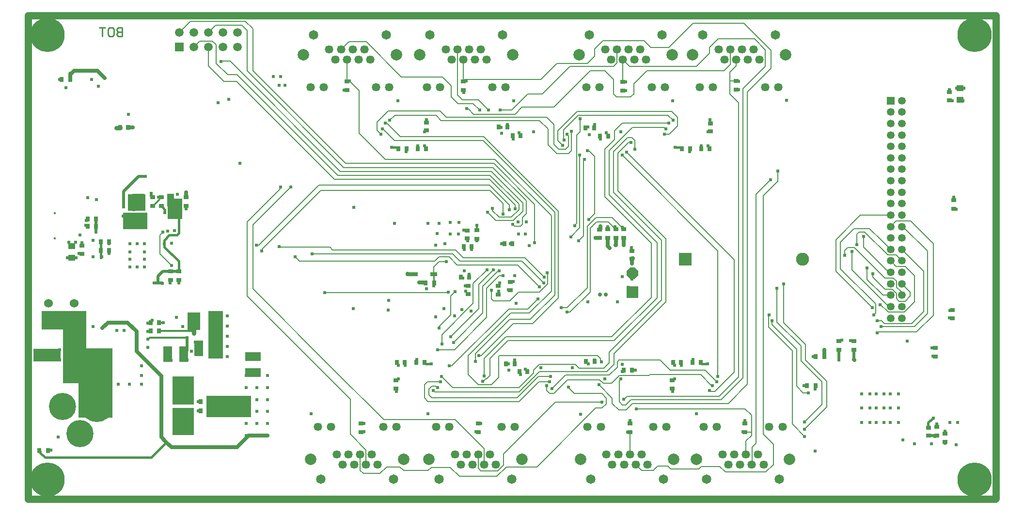
<source format=gbl>
G04*
G04 #@! TF.GenerationSoftware,Altium Limited,Altium Designer,18.1.7 (191)*
G04*
G04 Layer_Physical_Order=4*
G04 Layer_Color=16711680*
%FSLAX25Y25*%
%MOIN*%
G70*
G01*
G75*
%ADD13C,0.01000*%
%ADD14C,0.01500*%
%ADD15C,0.00800*%
%ADD17C,0.05000*%
%ADD19R,0.03543X0.03000*%
%ADD20R,0.03000X0.03543*%
%ADD23R,0.05000X0.04000*%
%ADD25R,0.11000X0.06299*%
%ADD32R,0.03000X0.03500*%
%ADD40R,0.04724X0.02953*%
%ADD43R,0.04921X0.03937*%
%ADD46R,0.06299X0.11000*%
%ADD50R,0.03500X0.03000*%
%ADD108C,0.02500*%
%ADD109C,0.01200*%
%ADD110C,0.02000*%
%ADD111C,0.03000*%
%ADD112C,0.00700*%
%ADD113C,0.01600*%
%ADD114R,0.19000X0.09000*%
%ADD115R,0.31000X0.13000*%
%ADD116R,0.16000X0.39500*%
%ADD125R,0.17000X0.11500*%
%ADD127R,0.34000X0.24000*%
%ADD128R,0.23500X0.26500*%
%ADD129R,0.14500X0.19500*%
%ADD130R,0.14500X0.18500*%
%ADD131C,0.05756*%
%ADD132C,0.07874*%
%ADD133C,0.06496*%
%ADD134C,0.05906*%
%ADD135R,0.05906X0.05906*%
%ADD136R,0.08976X0.08976*%
%ADD137C,0.08976*%
%ADD138C,0.06000*%
%ADD139C,0.05315*%
%ADD140R,0.05315X0.05315*%
%ADD141C,0.23622*%
%ADD142C,0.18661*%
%ADD143C,0.21496*%
%ADD144C,0.02756*%
%ADD145C,0.01772*%
%ADD146C,0.02400*%
%ADD169P,0.08523X8X112.5*%
%ADD170R,0.07874X0.07874*%
%ADD171R,0.09000X0.12000*%
%ADD172R,0.10040X0.32523*%
%ADD173R,0.12118X0.11618*%
%ADD174R,0.04500X0.09000*%
%ADD175R,0.10000X0.14000*%
%ADD176R,0.31000X0.14500*%
D13*
X86079Y-131449D02*
X90829Y-126699D01*
Y-126449D01*
X91829Y-125449D02*
X92079D01*
X90829Y-126449D02*
X91829Y-125449D01*
X279609Y-184264D02*
Y-178209D01*
X65263Y-8648D02*
Y-14551D01*
X62311D01*
X61327Y-13567D01*
Y-12583D01*
X62311Y-11599D01*
X65263D01*
X62311D01*
X61327Y-10616D01*
Y-9631D01*
X62311Y-8648D01*
X65263D01*
X56407D02*
X58375D01*
X59359Y-9631D01*
Y-13567D01*
X58375Y-14551D01*
X56407D01*
X55424Y-13567D01*
Y-9631D01*
X56407Y-8648D01*
X53456D02*
X49520D01*
X51488D01*
Y-14551D01*
D14*
X449400Y-90908D02*
X450150Y-91658D01*
X463734Y-239958D02*
X467650D01*
X445484Y-90908D02*
X449400D01*
X12000Y-304433D02*
X85000D01*
X95500Y-293933D01*
X8000Y-299705D02*
X8750Y-300455D01*
Y-301183D02*
Y-300455D01*
Y-301183D02*
X12000Y-304433D01*
X50590Y-167006D02*
Y-161949D01*
X50567D02*
Y-155949D01*
X250484Y-90908D02*
X254400D01*
X622419Y-277605D02*
X622828D01*
X272984Y-239208D02*
Y-238996D01*
X469484Y-71908D02*
X469610Y-72034D01*
X272984Y-239208D02*
X273734Y-239958D01*
X469610Y-74480D02*
X469736Y-74606D01*
X255150Y-91870D02*
Y-91658D01*
X622828Y-277605D02*
X623000Y-277433D01*
X450150Y-91870D02*
Y-91658D01*
X619567Y-280457D02*
X622419Y-277605D01*
X469610Y-74480D02*
Y-72034D01*
X462984Y-239208D02*
Y-238996D01*
X254400Y-90908D02*
X255150Y-91658D01*
X462984Y-239208D02*
X463734Y-239958D01*
X51126Y-166471D02*
Y-166443D01*
X50590Y-167006D02*
X51126Y-166471D01*
X94579Y-135949D02*
Y-133949D01*
X93079Y-132449D02*
X94579Y-133949D01*
X273734Y-239958D02*
X277650D01*
X619567Y-283677D02*
Y-280457D01*
D15*
X405000Y-56433D02*
X414884D01*
X417000Y-54317D01*
Y-47433D01*
X403000Y-54433D02*
X405000Y-56433D01*
X403000Y-54433D02*
Y-44433D01*
X337042Y-171976D02*
X352000Y-186933D01*
X295605Y-171976D02*
X337042D01*
X297571Y-169423D02*
X339990D01*
X355000Y-184433D01*
X299880Y-167021D02*
X342088D01*
X355500Y-180433D02*
X355500D01*
X342088Y-167021D02*
X355500Y-180433D01*
X283000Y-166495D02*
X290125D01*
X295605Y-171976D01*
X195891Y-164433D02*
X292582D01*
X297571Y-169423D01*
X209927Y-161544D02*
X294403D01*
X299880Y-167021D01*
X338106Y-259365D02*
X352038Y-245433D01*
X279000Y-258433D02*
X279337D01*
X280269Y-259365D01*
X338106D01*
X276000Y-261433D02*
Y-257361D01*
X278010Y-255351D02*
X280731D01*
X276000Y-257361D02*
X278010Y-255351D01*
X281813Y-256433D02*
X282000D01*
X280731Y-255351D02*
X281813Y-256433D01*
X426000Y-38433D02*
X479000D01*
X397000D02*
X403000Y-44433D01*
X417000Y-47433D02*
X426000Y-38433D01*
X285433Y-42552D02*
X291553Y-48672D01*
X215713Y-23720D02*
X221000Y-18433D01*
X257119Y-42552D02*
X285433D01*
X221000Y-18433D02*
X233000D01*
X257119Y-42552D01*
X291553Y-56310D02*
X296268Y-61025D01*
X291553Y-56310D02*
Y-48672D01*
X296268Y-61025D02*
X306592D01*
X295728Y-55161D02*
Y-23720D01*
Y-55161D02*
X299000Y-58433D01*
X353000Y-44384D02*
X364194Y-33190D01*
X385243D01*
X390204Y-28229D01*
X301614Y-44384D02*
X353000D01*
X390204Y-23229D02*
X395879Y-17554D01*
X390204Y-28229D02*
Y-23229D01*
X395879Y-17554D02*
X424000D01*
X457813Y-5621D02*
X492866D01*
X428879Y-22433D02*
X441000D01*
X424000Y-17554D02*
X428879Y-22433D01*
X441000D02*
X457813Y-5621D01*
X479000Y-38433D02*
X483476Y-33957D01*
Y-23720D01*
X409500Y-30736D02*
X414197Y-35433D01*
X409492Y-30728D02*
X409500Y-30736D01*
X414197Y-35433D02*
X460000D01*
X469000Y-22433D02*
X475000Y-16433D01*
X507533Y-35303D02*
Y-23966D01*
X469000Y-26433D02*
Y-22433D01*
X460000Y-35433D02*
X469000Y-26433D01*
X500000Y-16433D02*
X507533Y-23966D01*
X475000Y-16433D02*
X500000D01*
X492000Y-50836D02*
X507533Y-35303D01*
X492000Y-249670D02*
Y-50836D01*
X492866Y-5621D02*
X511477Y-24231D01*
Y-36754D02*
Y-24231D01*
X495289Y-52942D02*
X511477Y-36754D01*
X495289Y-254144D02*
Y-52942D01*
X104500Y-11933D02*
X112098Y-4335D01*
X149902D02*
X155000Y-9433D01*
X112098Y-4335D02*
X149902D01*
X417875Y-92461D02*
Y-86433D01*
X412714Y-84346D02*
X415789D01*
X417875Y-86433D01*
X507933Y-314500D02*
X513000Y-309433D01*
X476138Y-310571D02*
X480067Y-314500D01*
X507933D01*
X506000Y-288433D02*
Y-124433D01*
X513000Y-309433D02*
Y-295433D01*
X506000Y-288433D02*
X513000Y-295433D01*
X433358Y-310438D02*
X440606D01*
X442601Y-312433D02*
X461702D01*
X440606Y-310438D02*
X442601Y-312433D01*
X430468Y-313328D02*
X433358Y-310438D01*
X461702Y-312433D02*
X463564Y-310571D01*
X476138D01*
X338199Y-265948D02*
X351713Y-252433D01*
X273000Y-263433D02*
X275515Y-265948D01*
X338199D01*
X245000Y-278433D02*
X294000D01*
X208500Y-241933D02*
X208500D01*
X245000Y-278433D01*
X277663Y-311250D02*
X290817D01*
X258734Y-313433D02*
X275481D01*
X277663Y-311250D01*
X247132Y-310891D02*
X256191D01*
X258734Y-313433D01*
X231000Y-315433D02*
X242589D01*
X247132Y-310891D01*
X390926Y-270507D02*
X395284D01*
X350550Y-310883D02*
X390926Y-270507D01*
X311834Y-313580D02*
X323542D01*
X310098Y-311844D02*
X311834Y-313580D01*
X310098Y-311844D02*
Y-302343D01*
X327324Y-302110D02*
X363000Y-266433D01*
X323542Y-313580D02*
X327324Y-309798D01*
Y-302110D01*
X329426Y-310883D02*
X350550D01*
X322877Y-317433D02*
X329426Y-310883D01*
X297000Y-317433D02*
X322877D01*
X290817Y-311250D02*
X297000Y-317433D01*
X228839Y-313272D02*
X231000Y-315433D01*
X228839Y-313272D02*
Y-302343D01*
X151000Y-142433D02*
X173694Y-119739D01*
X151000Y-193433D02*
Y-142433D01*
X155000Y-144433D02*
X181000Y-118433D01*
X155000Y-188433D02*
X208500Y-241933D01*
X155000Y-188433D02*
Y-144433D01*
X151000Y-193433D02*
X222000Y-264433D01*
X232854Y-309350D02*
Y-299287D01*
X222000Y-288433D02*
Y-264433D01*
Y-288433D02*
X232854Y-299287D01*
X313260Y-186645D02*
X323394Y-176512D01*
X293000Y-225433D02*
X313260Y-205173D01*
Y-186645D01*
X293817Y-230233D02*
X315916Y-208134D01*
Y-188094D02*
X324576Y-179433D01*
X315916Y-208134D02*
Y-188094D01*
X352126Y-190559D02*
X357800Y-184886D01*
X331653Y-196780D02*
X337874Y-190559D01*
X352126D01*
X319000Y-195433D02*
X320347Y-196780D01*
X331653D01*
X319000Y-195433D02*
Y-189433D01*
X306596Y-184837D02*
X316000Y-175433D01*
X316000D01*
X306596Y-198469D02*
Y-184837D01*
X310379Y-202054D02*
Y-185231D01*
X320313Y-175297D01*
X323472Y-176512D02*
X324113Y-175870D01*
X324547D01*
X323394Y-176512D02*
X323472D01*
X324576Y-179433D02*
X327000D01*
X291000Y-221433D02*
X310379Y-202054D01*
X290000Y-241433D02*
X291948D01*
X331116Y-202266D02*
X344167D01*
X291948Y-241433D02*
X331116Y-202266D01*
X365162Y-194752D02*
Y-135093D01*
X313812Y-83743D02*
X365162Y-135093D01*
X347473Y-212441D02*
X365162Y-194752D01*
X313375Y-86433D02*
X362788Y-135846D01*
Y-192523D02*
Y-135846D01*
X345879Y-209433D02*
X362788Y-192523D01*
X256529Y-83743D02*
X313812D01*
X374134Y-93433D02*
Y-80110D01*
X363984Y-95417D02*
X372150D01*
X374134Y-93433D01*
X358000Y-89433D02*
X363984Y-95417D01*
X362000Y-88950D02*
X365483Y-92433D01*
X362000Y-88950D02*
Y-75433D01*
X365483Y-92433D02*
X370000D01*
X372000Y-90433D02*
Y-83379D01*
X371134Y-82513D02*
X372000Y-83379D01*
X371134Y-82513D02*
Y-82110D01*
X370000Y-92433D02*
X372000Y-90433D01*
X288000Y-70433D02*
X357000D01*
X362000Y-75433D01*
X281000Y-68933D02*
X284596Y-72529D01*
X352096D01*
X358000Y-78433D01*
Y-89433D02*
Y-78433D01*
X364931Y-86473D02*
Y-79645D01*
X378143Y-66433D02*
X443000D01*
X364931Y-79645D02*
X378143Y-66433D01*
X368834Y-78855D02*
X378777Y-68912D01*
X368834Y-85810D02*
Y-78855D01*
X378777Y-68912D02*
X440613D01*
X364931Y-86473D02*
X368216Y-89758D01*
X368834Y-85810D02*
X369134Y-86110D01*
X440613Y-68912D02*
X444134Y-72433D01*
X447000Y-76433D02*
Y-70433D01*
X443000Y-66433D02*
X447000Y-70433D01*
X438216Y-82133D02*
X441300D01*
X447000Y-76433D01*
X413314Y-87780D02*
X415085D01*
X406000Y-95094D02*
X413314Y-87780D01*
X415085D02*
X415097Y-87768D01*
X506000Y-124433D02*
X516000Y-114433D01*
Y-107433D01*
X501000Y-294618D02*
Y-123433D01*
X511000Y-113433D01*
X498312Y-297306D02*
X501000Y-294618D01*
X498312Y-309313D02*
Y-297306D01*
X498274Y-309350D02*
X498312Y-309313D01*
X418708Y-271009D02*
X493576D01*
X498000Y-275433D01*
Y-286803D02*
Y-275433D01*
X371471Y-250962D02*
X393529D01*
X362000Y-260433D02*
X371471Y-250962D01*
X357000Y-258433D02*
X359000Y-260433D01*
X362000D01*
X357000Y-258433D02*
Y-254880D01*
X372000Y-256433D02*
Y-255933D01*
Y-256433D02*
X376000Y-260433D01*
X360747Y-257180D02*
X370109Y-247819D01*
X360495Y-257433D02*
X360747Y-257180D01*
X351713Y-252433D02*
X359000D01*
X363000Y-266433D02*
X395000D01*
X376866Y-240299D02*
X379580Y-243013D01*
X396420D02*
X400000Y-239433D01*
X379580Y-243013D02*
X396420D01*
X398483Y-245433D02*
X403439Y-240477D01*
X352038Y-245433D02*
X398483D01*
X403439Y-240477D02*
Y-232986D01*
X439000Y-197425D02*
Y-154113D01*
X403439Y-232986D02*
X439000Y-197425D01*
X400000Y-232044D02*
X436000Y-196044D01*
X400000Y-239433D02*
Y-232044D01*
X436000Y-196044D02*
Y-155182D01*
X379000Y-155433D02*
X382403Y-152030D01*
X383000Y-99866D02*
Y-99433D01*
X382403Y-100463D02*
X383000Y-99866D01*
X382403Y-152030D02*
Y-100463D01*
X397000Y-125048D02*
Y-92433D01*
Y-125048D02*
X429000Y-157048D01*
X400000Y-93433D02*
X416000Y-77433D01*
X400000Y-123582D02*
X433000Y-156582D01*
X400000Y-123582D02*
Y-93433D01*
X403000Y-122182D02*
X436000Y-155182D01*
X403000Y-94060D02*
X412714Y-84346D01*
X403000Y-122182D02*
Y-94060D01*
X406000Y-121113D02*
X439000Y-154113D01*
X406000Y-121113D02*
Y-95094D01*
X416000Y-77433D02*
X437865D01*
X403829Y-85604D02*
Y-79604D01*
X397000Y-92433D02*
X403829Y-85604D01*
X409000Y-74433D02*
X418270D01*
X418270Y-74433D01*
X403829Y-79604D02*
X409000Y-74433D01*
X348072Y-246361D02*
Y-244510D01*
X426000Y-74433D02*
X426000Y-74433D01*
X418270Y-74433D02*
X426000D01*
X489000Y-84433D02*
X489171Y-84604D01*
X483000Y-54433D02*
X489000Y-60433D01*
Y-84433D02*
Y-60433D01*
X475865Y-262433D02*
X489171Y-249127D01*
Y-84604D01*
X482000Y-267433D02*
X495289Y-254144D01*
X415224Y-264670D02*
X477000D01*
X492000Y-249670D01*
X463000Y-247433D02*
X470501Y-254934D01*
X471067D01*
X472815Y-258871D02*
X486000Y-245686D01*
X469000Y-258433D02*
X469306Y-258739D01*
X470137D02*
X470269Y-258871D01*
X469306Y-258739D02*
X470137D01*
X470269Y-258871D02*
X472815D01*
X412330Y-262433D02*
X475865D01*
X410330Y-264433D02*
X412330Y-262433D01*
X411461Y-268433D02*
X415224Y-264670D01*
X483000Y-45433D02*
Y-39433D01*
Y-54433D02*
Y-45433D01*
X410000Y-264433D02*
X410330D01*
X409251Y-268433D02*
X411461D01*
X398100Y-267691D02*
Y-263533D01*
X395284Y-270507D02*
X398100Y-267691D01*
X376000Y-260433D02*
X395000D01*
X398100Y-263533D01*
X406633Y-271653D02*
X411901D01*
X402214Y-267234D02*
Y-263647D01*
Y-267234D02*
X406633Y-271653D01*
X407000Y-266182D02*
Y-251702D01*
Y-266182D02*
X409251Y-268433D01*
X411901Y-271653D02*
X416121Y-267433D01*
X408000Y-250702D02*
Y-250433D01*
X407000Y-251702D02*
X408000Y-250702D01*
X393000Y-254433D02*
X402214Y-263647D01*
X285000Y-220064D02*
X306596Y-198469D01*
X285000Y-226433D02*
Y-220064D01*
X414500Y-302179D02*
Y-286933D01*
X414336Y-302343D02*
X414500Y-302179D01*
X132990Y-32002D02*
X133161Y-31830D01*
X139417D01*
X129790Y-33223D02*
Y-20447D01*
X144264Y-41169D02*
X213374Y-110280D01*
X129790Y-33223D02*
X137736Y-41169D01*
X144264D01*
X124500Y-34933D02*
Y-21933D01*
X143738Y-45695D02*
X211055Y-113013D01*
X124500Y-34933D02*
X135262Y-45695D01*
X143738D01*
X211055Y-113013D02*
X317749D01*
X314000Y-309236D02*
Y-304067D01*
Y-309236D02*
X314114Y-309350D01*
X314000Y-304067D02*
X314076Y-303990D01*
Y-300695D01*
X314000Y-300618D02*
X314076Y-300695D01*
X314000Y-300618D02*
Y-298433D01*
X294000Y-278433D02*
X314000Y-298433D01*
X498000Y-289433D02*
Y-286803D01*
X493500Y-286933D02*
X497870D01*
X498000Y-286803D01*
X325000Y-65433D02*
X333000D01*
X344000Y-54433D02*
X354000D01*
X333000Y-65433D02*
X344000Y-54433D01*
X354000D02*
X373000Y-35433D01*
X403000D02*
X405476Y-32957D01*
X373000Y-35433D02*
X403000D01*
X405476Y-32957D02*
Y-23720D01*
X228000Y-81433D02*
X246011Y-99444D01*
X221511Y-45500D02*
X228000Y-51989D01*
Y-81433D02*
Y-51989D01*
X219795Y-45531D02*
Y-30858D01*
X219665Y-30728D02*
X219795Y-30858D01*
X299795Y-45531D02*
X300895Y-44431D01*
X299795Y-45531D02*
Y-30779D01*
X299744Y-30728D02*
X299795Y-30779D01*
X300895Y-44431D02*
X301566D01*
X301614Y-44384D01*
X310000Y-58433D02*
X317000Y-65433D01*
X299000Y-58433D02*
X310000D01*
X306592Y-61025D02*
X311000Y-65433D01*
X409500Y-45933D02*
Y-30736D01*
X387000Y-38433D02*
X397000D01*
X483000Y-39433D02*
X484650Y-37783D01*
X483000Y-45433D02*
X487500D01*
X487492Y-34941D02*
Y-30728D01*
X484650Y-37783D02*
X487492Y-34941D01*
X376599Y-144950D02*
Y-144517D01*
X377643Y-143316D02*
Y-82790D01*
X377201Y-143758D02*
X377643Y-143316D01*
X373734Y-152610D02*
X379943Y-146401D01*
Y-96490D01*
X386126Y-140840D02*
Y-140718D01*
X390000Y-136844D01*
X385000Y-145433D02*
X391000Y-139433D01*
X371187Y-201433D02*
X385000Y-187620D01*
Y-145433D01*
X387192Y-146625D02*
X391383Y-142433D01*
X387192Y-190528D02*
Y-146625D01*
X373287Y-204433D02*
X387192Y-190528D01*
X376599Y-144517D02*
X377201Y-143915D01*
X377643Y-82790D02*
X380000Y-80433D01*
X377201Y-143915D02*
Y-143758D01*
X390000Y-136844D02*
Y-97433D01*
X385000Y-93433D02*
X385306Y-93739D01*
X386306D01*
X390000Y-97433D01*
X379965Y-71512D02*
X380000Y-71547D01*
Y-80433D02*
Y-71547D01*
X379943Y-96490D02*
X380000Y-96433D01*
X320629Y-102082D02*
X348942Y-130394D01*
Y-156542D02*
Y-130394D01*
X357635Y-178336D02*
Y-177397D01*
X357329Y-177232D02*
X357634D01*
X357800Y-184886D02*
Y-178501D01*
X321576Y-99444D02*
X360300Y-138167D01*
X345260Y-205173D02*
X360300Y-190133D01*
Y-138167D01*
X139417Y-31830D02*
X215229Y-107642D01*
X319070D01*
X213374Y-110280D02*
X318105D01*
X118553Y-17880D02*
X127224D01*
X129790Y-20447D01*
X114500Y-21933D02*
X118553Y-17880D01*
X124500Y-11933D02*
X129518Y-6915D01*
X147361D02*
X151000Y-10554D01*
X129518Y-6915D02*
X147361D01*
X155000Y-38433D02*
X218649Y-102082D01*
X155000Y-38433D02*
Y-9433D01*
X246011Y-99444D02*
X321576D01*
X218649Y-102082D02*
X320629D01*
X320042Y-104862D02*
X343000Y-127820D01*
X151000Y-38433D02*
X217429Y-104862D01*
X320042D01*
X319070Y-107642D02*
X340669Y-129240D01*
X318105Y-110280D02*
X338000Y-130175D01*
X317749Y-113013D02*
X335423Y-130687D01*
X343000Y-136559D02*
Y-127820D01*
X340669Y-135038D02*
Y-129240D01*
X338000Y-134111D02*
Y-130175D01*
X335423Y-133435D02*
Y-130687D01*
X200500Y-116933D02*
X317705D01*
X331568Y-134088D02*
Y-130796D01*
X317705Y-116933D02*
X331568Y-130796D01*
X334214Y-141493D02*
X340669Y-135038D01*
X316303Y-135720D02*
X322076Y-141493D01*
X334214D01*
X332932Y-139179D02*
X338000Y-134111D01*
X324527Y-139179D02*
X332932D01*
X319887Y-134540D02*
X324527Y-139179D01*
X319700Y-132933D02*
X319887Y-133121D01*
Y-134540D02*
Y-133121D01*
X340332Y-139227D02*
X343000Y-136559D01*
X340332Y-144101D02*
Y-139227D01*
X339000Y-145433D02*
X340332Y-144101D01*
X333744Y-144179D02*
X333758D01*
X335013Y-145433D01*
X339000D01*
X151000Y-38433D02*
Y-10554D01*
X335333Y-68221D02*
X340182Y-63372D01*
X303437Y-64739D02*
X306919Y-68221D01*
X335333D01*
X240596Y-73837D02*
X248271Y-66162D01*
X283729D02*
X288000Y-70433D01*
X248271Y-66162D02*
X283729D01*
X240596Y-79514D02*
X243216Y-82133D01*
X240596Y-79514D02*
Y-73837D01*
X243216Y-82133D02*
Y-82133D01*
X244134Y-78433D02*
X244556D01*
X252556Y-86433D01*
X313375D01*
X246134Y-74433D02*
X246440Y-74739D01*
X247524D01*
X256529Y-83743D01*
X429000Y-194204D02*
Y-157048D01*
X433000Y-194554D02*
Y-156582D01*
X329064Y-221370D02*
X401835D01*
X429000Y-194204D01*
X314134Y-236299D02*
X329064Y-221370D01*
X312000Y-234433D02*
X333992Y-212441D01*
X347473D01*
X331700Y-209433D02*
X345879D01*
X303000Y-234487D02*
X332315Y-205173D01*
X345260D01*
X344167Y-202266D02*
X351000Y-195433D01*
X303000Y-247433D02*
Y-234487D01*
X308000Y-233133D02*
X331700Y-209433D01*
X405755Y-238678D02*
X406935Y-237498D01*
X435065D02*
X441969Y-244402D01*
X406935Y-237498D02*
X435065D01*
X428000Y-247433D02*
X463000D01*
X441969Y-244402D02*
X465969D01*
X474000Y-252433D01*
X405755Y-242216D02*
Y-238678D01*
X400218Y-247752D02*
X405755Y-242216D01*
X395681Y-247752D02*
X400218D01*
X393529Y-250962D02*
X395998Y-253431D01*
X401750D01*
X407047Y-248133D01*
X395614Y-247819D02*
X395681Y-247752D01*
X370109Y-247819D02*
X395614D01*
X338000Y-256433D02*
X348072Y-246361D01*
X352284Y-240299D02*
X376866D01*
X348072Y-244510D02*
X352284Y-240299D01*
X351525Y-248733D02*
X359918D01*
X278000Y-263433D02*
X336824D01*
X351525Y-248733D01*
X276000Y-261433D02*
X278000Y-263433D01*
X273000D02*
Y-254433D01*
X275000Y-252433D02*
X284000D01*
X273000Y-254433D02*
X275000Y-252433D01*
X292618Y-256433D02*
X338000D01*
X318977Y-254410D02*
X324000Y-249388D01*
X309977Y-254410D02*
X318977D01*
X303000Y-247433D02*
X309977Y-254410D01*
X282200Y-230233D02*
X293817D01*
X291000Y-206433D02*
Y-193433D01*
X283000Y-215433D02*
X283306Y-215127D01*
Y-214127D01*
X291000Y-206433D01*
X391000Y-139433D02*
X402130D01*
X391383Y-142433D02*
X399618D01*
X357635Y-178336D02*
X357800Y-178501D01*
X308000Y-238433D02*
Y-233133D01*
X310500Y-234433D02*
X312000D01*
X282000Y-230433D02*
X282200Y-230233D01*
X291000Y-193433D02*
X294000Y-190433D01*
X289579Y-190896D02*
Y-190754D01*
X204527Y-190896D02*
X289579D01*
X394797Y-238615D02*
Y-238182D01*
X394000Y-237386D02*
X394797Y-238182D01*
X394000Y-237386D02*
Y-236433D01*
X324469Y-234433D02*
X392000D01*
X394000Y-236433D01*
X324000Y-249388D02*
Y-234902D01*
X324469Y-234433D01*
X330500Y-223933D02*
X403621D01*
X318248Y-236185D02*
X330500Y-223933D01*
X318248Y-247997D02*
Y-236185D01*
X314134Y-248197D02*
Y-236299D01*
X407047Y-248133D02*
X427300D01*
X428000Y-247433D01*
X422330Y-313328D02*
X430468D01*
X418352Y-309350D02*
X422330Y-313328D01*
X494258Y-302343D02*
Y-293175D01*
X498000Y-289433D01*
X173694Y-118739D02*
X174000Y-118433D01*
X173694Y-119739D02*
Y-118739D01*
X159146Y-158287D02*
X200500Y-116933D01*
X157498Y-158433D02*
X157644Y-158287D01*
X159146D01*
X208000Y-159618D02*
X209927Y-161544D01*
X173000Y-159618D02*
X208000D01*
X187000Y-169433D02*
X280062D01*
X283000Y-166495D01*
X184000Y-166433D02*
X187000Y-169433D01*
X215650Y-23720D02*
X215713D01*
X416121Y-267433D02*
X482000D01*
X362061Y-63372D02*
X387000Y-38433D01*
X340182Y-63372D02*
X362061D01*
X302306Y-64739D02*
X303437D01*
X302000Y-64433D02*
X302306Y-64739D01*
X249134Y-72433D02*
X252634Y-68933D01*
X281000D01*
X368216Y-89811D02*
Y-89758D01*
X438865Y-78433D02*
X439134D01*
X437865Y-77433D02*
X438865Y-78433D01*
X403621Y-223933D02*
X433000Y-194554D01*
X315049Y-250497D02*
X315748D01*
X318248Y-247997D01*
X313649Y-251897D02*
X315049Y-250497D01*
X313216Y-251897D02*
X313649D01*
X426000Y-74433D02*
X441134D01*
X367000Y-201433D02*
X371187D01*
X371000Y-204433D02*
X373287D01*
X284918Y-248733D02*
X292618Y-256433D01*
X412000Y-94346D02*
X486000Y-168347D01*
Y-245686D02*
Y-168347D01*
X409000Y-96346D02*
X474918Y-162264D01*
Y-248733D02*
Y-162264D01*
X509700Y-206733D02*
X510000Y-206433D01*
X509700Y-214633D02*
Y-206733D01*
X512000Y-212933D02*
Y-210433D01*
Y-212933D02*
X529000Y-229933D01*
X534500Y-279933D02*
X546395Y-268038D01*
Y-252348D01*
X531993Y-237947D02*
Y-227720D01*
Y-237947D02*
X546395Y-252348D01*
X534500Y-284933D02*
X549627Y-269806D01*
X535042Y-237354D02*
X549627Y-251939D01*
Y-269806D02*
Y-251939D01*
X535042Y-237354D02*
Y-226548D01*
X520023Y-211529D02*
Y-185009D01*
Y-211529D02*
X535042Y-226548D01*
X515500Y-211227D02*
X531993Y-227720D01*
X515500Y-211227D02*
Y-187933D01*
X529000Y-255433D02*
X533500Y-259933D01*
X529000Y-255433D02*
Y-229933D01*
X533500Y-259933D02*
X537000D01*
X526000Y-281433D02*
X534500Y-289933D01*
X526000Y-281433D02*
Y-230933D01*
X509700Y-214633D02*
X526000Y-230933D01*
X585375Y-218086D02*
X611450D01*
X623000Y-206536D02*
Y-157433D01*
X611450Y-218086D02*
X623000Y-206536D01*
X584314Y-218714D02*
X584747D01*
X585375Y-218086D01*
X584510Y-210427D02*
X587494D01*
X589364Y-212297D02*
X608136D01*
X587494Y-210427D02*
X589364Y-212297D01*
X556000Y-176433D02*
Y-154594D01*
X572921Y-137673D01*
X593626D01*
Y-145547D02*
X597383Y-141790D01*
X607357D01*
X623000Y-157433D01*
X619000Y-205433D02*
Y-162433D01*
X601500Y-145547D02*
X602114D01*
X619000Y-162433D01*
X570592Y-150841D02*
X572110Y-149323D01*
X575906D01*
X591635Y-165053D01*
X559099Y-156334D02*
X568547Y-146886D01*
X579216D02*
X587500Y-155169D01*
X568547Y-146886D02*
X579216D01*
X587500Y-155169D02*
Y-155169D01*
Y-155169D02*
X593626Y-161295D01*
X593626D01*
X591635Y-165053D02*
X597383D01*
X610000Y-197479D02*
Y-179209D01*
X603056Y-204423D02*
X610000Y-197479D01*
X586500Y-198853D02*
X592070Y-204423D01*
X597563Y-173106D02*
X603897D01*
X610000Y-179209D01*
X593626Y-169169D02*
X597563Y-173106D01*
X592522Y-177043D02*
X593626D01*
X575000Y-159522D02*
Y-152433D01*
Y-159522D02*
X592522Y-177043D01*
X568730Y-159933D02*
X589730Y-180933D01*
X564247Y-159933D02*
X568730D01*
X589730Y-180933D02*
X595500D01*
X601500Y-184917D02*
X607105Y-190522D01*
X603690Y-196908D02*
X607105Y-193494D01*
Y-190522D01*
X599469Y-196908D02*
X603690D01*
X600636Y-191927D02*
Y-190138D01*
X597743Y-187244D02*
Y-183176D01*
X600636Y-191927D02*
X601500Y-192791D01*
X597743Y-187244D02*
X600636Y-190138D01*
X588369Y-192791D02*
X593626D01*
X577500Y-181923D02*
Y-173933D01*
Y-181923D02*
X588369Y-192791D01*
X566999Y-175212D02*
X592452Y-200665D01*
X593626D01*
X566999Y-175212D02*
Y-162625D01*
X586500Y-199373D02*
Y-198853D01*
X562000Y-162180D02*
X564247Y-159933D01*
X559099Y-174532D02*
Y-156334D01*
Y-174532D02*
X583300Y-198733D01*
X582000Y-206433D02*
X583300Y-205133D01*
Y-198733D01*
X556000Y-176433D02*
X581000Y-201433D01*
X403276Y-146341D02*
X404376Y-147441D01*
X404626D01*
X403276Y-146341D02*
Y-146091D01*
X399618Y-142433D02*
X403276Y-146091D01*
X409038Y-146341D02*
X409038D01*
X402130Y-139433D02*
X409038Y-146341D01*
X409038D02*
X410138Y-147441D01*
X581500Y-180223D02*
Y-177933D01*
X597743Y-195182D02*
X599469Y-196908D01*
X597743Y-195182D02*
Y-191594D01*
X594823Y-188675D02*
X597743Y-191594D01*
X589952Y-188675D02*
X594823D01*
X581500Y-180223D02*
X589952Y-188675D01*
X610000Y-214433D02*
X619000Y-205433D01*
X587000Y-214433D02*
X610000D01*
X608136Y-212297D02*
X616500Y-203933D01*
X601500Y-161295D02*
X616500Y-176295D01*
Y-203933D02*
Y-176295D01*
X592070Y-204423D02*
X603056D01*
X595500Y-180933D02*
X597743Y-183176D01*
X562000Y-165433D02*
Y-162180D01*
X597383Y-165053D02*
X601500Y-169169D01*
X570592Y-157892D02*
Y-150841D01*
X399012Y-145596D02*
X399090D01*
X288271Y-169547D02*
X288271Y-169547D01*
X283252Y-169547D02*
X288271D01*
X279609Y-173190D02*
X283252Y-169547D01*
X279609Y-178209D02*
Y-173190D01*
Y-184264D02*
X279854Y-184508D01*
D17*
X394Y-333071D02*
X665748D01*
X666142Y-332677D01*
Y-394D01*
X394D02*
X666142D01*
X394Y-333071D02*
Y-394D01*
D19*
X631000Y-288177D02*
D03*
Y-293689D02*
D03*
X443551Y-251358D02*
D03*
Y-256870D02*
D03*
X274583Y-79368D02*
D03*
Y-73857D02*
D03*
X469736Y-80118D02*
D03*
Y-74606D02*
D03*
X253342Y-251429D02*
D03*
Y-256941D02*
D03*
X634000Y-53177D02*
D03*
Y-58689D02*
D03*
X636000Y-208689D02*
D03*
Y-203177D02*
D03*
X303093Y-191988D02*
D03*
Y-186476D02*
D03*
X332000Y-189189D02*
D03*
Y-183677D02*
D03*
X302444Y-148287D02*
D03*
Y-153799D02*
D03*
X619834Y-289471D02*
D03*
Y-283960D02*
D03*
X415690Y-167713D02*
D03*
Y-162201D02*
D03*
X393602Y-147685D02*
D03*
Y-153197D02*
D03*
X37579Y-164205D02*
D03*
Y-158693D02*
D03*
D20*
X338386Y-245197D02*
D03*
X343898D02*
D03*
X124756Y-265933D02*
D03*
X119244D02*
D03*
X119146Y-272396D02*
D03*
X124657D02*
D03*
X26256Y-233433D02*
D03*
X20744D02*
D03*
X444087Y-238996D02*
D03*
X449598D02*
D03*
X457473D02*
D03*
X462984D02*
D03*
X274047Y-91870D02*
D03*
X268535D02*
D03*
X469047D02*
D03*
X463535D02*
D03*
X254087Y-238996D02*
D03*
X259598D02*
D03*
X267473D02*
D03*
X272984D02*
D03*
X260661Y-91870D02*
D03*
X255150D02*
D03*
X455661D02*
D03*
X450150D02*
D03*
X300082Y-159311D02*
D03*
X305594D02*
D03*
X410244Y-244433D02*
D03*
X415756D02*
D03*
X298244Y-180433D02*
D03*
X303756D02*
D03*
X399291Y-83307D02*
D03*
X393779D02*
D03*
X339219Y-83047D02*
D03*
X333707D02*
D03*
X333546Y-157343D02*
D03*
X328035D02*
D03*
X63744Y-77433D02*
D03*
X69256D02*
D03*
X90373Y-211770D02*
D03*
X84861D02*
D03*
X84831Y-217360D02*
D03*
X90343D02*
D03*
X56079Y-155949D02*
D03*
X50567D02*
D03*
X41579Y-145449D02*
D03*
X47091D02*
D03*
Y-140449D02*
D03*
X41579D02*
D03*
X56079Y-161949D02*
D03*
X50567D02*
D03*
D23*
X30579Y-158949D02*
D03*
Y-166949D02*
D03*
D25*
X155000Y-245945D02*
D03*
X107000Y-275445D02*
D03*
Y-264421D02*
D03*
X155000Y-234921D02*
D03*
D32*
X8000Y-299705D02*
D03*
X14000D02*
D03*
X29500Y-44433D02*
D03*
X23500D02*
D03*
X279854Y-184508D02*
D03*
X273853D02*
D03*
X389693Y-77795D02*
D03*
X383693D02*
D03*
X330014Y-77142D02*
D03*
X324014D02*
D03*
X390000Y-238433D02*
D03*
X384000D02*
D03*
X335236Y-240079D02*
D03*
X329236D02*
D03*
X548000Y-234933D02*
D03*
X542000D02*
D03*
X536000Y-254933D02*
D03*
X542000D02*
D03*
D40*
X279609Y-178209D02*
D03*
X266224D02*
D03*
D43*
X641480Y-58295D02*
D03*
Y-50421D02*
D03*
D46*
X128771Y-229330D02*
D03*
X117747D02*
D03*
X107579Y-233340D02*
D03*
X96556D02*
D03*
D50*
X493500Y-280933D02*
D03*
Y-286933D02*
D03*
X414500D02*
D03*
Y-280933D02*
D03*
X409500Y-45933D02*
D03*
Y-51933D02*
D03*
X229500Y-286933D02*
D03*
Y-280933D02*
D03*
X487500Y-45433D02*
D03*
Y-51433D02*
D03*
X299795Y-45531D02*
D03*
Y-51531D02*
D03*
X310000Y-286933D02*
D03*
Y-280933D02*
D03*
X219795Y-45531D02*
D03*
Y-51531D02*
D03*
X323704Y-192232D02*
D03*
Y-186232D02*
D03*
X309137Y-148043D02*
D03*
Y-154043D02*
D03*
X637000Y-133433D02*
D03*
Y-127433D02*
D03*
X625500Y-283433D02*
D03*
Y-289433D02*
D03*
X568500Y-230433D02*
D03*
Y-224433D02*
D03*
X624500Y-234933D02*
D03*
Y-228933D02*
D03*
X558000Y-224433D02*
D03*
Y-230433D02*
D03*
X404626Y-147441D02*
D03*
Y-153441D02*
D03*
X410138Y-147441D02*
D03*
Y-153441D02*
D03*
X399114Y-147441D02*
D03*
Y-153441D02*
D03*
X92079Y-131449D02*
D03*
Y-125449D02*
D03*
X86000Y-125433D02*
D03*
Y-131433D02*
D03*
X104079Y-176449D02*
D03*
Y-182449D02*
D03*
X98412Y-176449D02*
D03*
Y-182449D02*
D03*
X109079Y-125449D02*
D03*
Y-131449D02*
D03*
D108*
X51500Y-215433D02*
X55343Y-211590D01*
X68921D02*
X75000Y-217669D01*
X55343Y-211590D02*
X68921D01*
X151250Y-290183D02*
X152000Y-289433D01*
X144000Y-297433D02*
X151250Y-290183D01*
X157750Y-289433D02*
X165000D01*
X152000D02*
X157750D01*
X75000Y-231433D02*
Y-217669D01*
X48000Y-38433D02*
X53000Y-43433D01*
X32000Y-38433D02*
X48000D01*
X29500Y-40433D02*
X30000D01*
X32000Y-38433D01*
X29500Y-44433D02*
Y-40433D01*
X95500Y-293933D02*
X99000Y-297433D01*
X92000Y-290433D02*
X95500Y-293933D01*
X99000Y-297433D02*
X144000D01*
X92000Y-290433D02*
Y-248433D01*
X75000Y-231433D02*
X92000Y-248433D01*
X415650Y-168157D02*
X415915Y-167892D01*
X416165Y-167370D02*
X416437D01*
X415915Y-167620D02*
X416165Y-167370D01*
X415915Y-167892D02*
Y-167620D01*
X415650Y-170913D02*
Y-168157D01*
X69256Y-77433D02*
X69412Y-77277D01*
X72473D01*
X273853Y-184508D02*
Y-184258D01*
X273604Y-184008D02*
X273853Y-184258D01*
X273354Y-184008D02*
X273604D01*
X273279Y-183933D02*
X273354Y-184008D01*
X269500Y-183933D02*
X273279D01*
X261515Y-178209D02*
X266224D01*
X261387Y-178081D02*
X261515Y-178209D01*
X399114Y-159047D02*
X400500Y-160433D01*
X399114Y-159047D02*
Y-153441D01*
X109021Y-125391D02*
X109079Y-125449D01*
X109021Y-125391D02*
Y-121954D01*
X393996Y-147435D02*
Y-145323D01*
X393746Y-147685D02*
X393996Y-147435D01*
X393602Y-147685D02*
X393746D01*
X390916Y-153290D02*
X393510D01*
X393602Y-153197D01*
X410138Y-158357D02*
Y-153441D01*
X404626Y-158188D02*
Y-153441D01*
X410067Y-158429D02*
X410138Y-158357D01*
X404567Y-158247D02*
X404626Y-158188D01*
X548000Y-234933D02*
Y-230487D01*
X548164Y-230323D01*
X568500Y-237161D02*
X568692Y-237353D01*
D109*
X90343Y-217360D02*
X112767D01*
X113879Y-218472D01*
X107579Y-233340D02*
X109780Y-231139D01*
X84190Y-221856D02*
X109780D01*
X83127Y-222920D02*
X84190Y-221856D01*
X90383Y-211780D02*
X93337D01*
X90373Y-211770D02*
X90383Y-211780D01*
X82887Y-222920D02*
X83127D01*
X309137Y-144744D02*
X309137Y-144744D01*
X309137Y-148043D02*
Y-144744D01*
X309137Y-148043D02*
X309137Y-148043D01*
D110*
X85922Y-125433D02*
X86000D01*
X85172Y-124683D02*
X85922Y-125433D01*
X85172Y-124683D02*
Y-122700D01*
X85000Y-122528D02*
X85172Y-122700D01*
X47000Y-149433D02*
Y-149325D01*
X47091Y-149234D02*
Y-140449D01*
X47000Y-149325D02*
X47091Y-149234D01*
X109780Y-231139D02*
Y-221856D01*
X98412Y-176449D02*
X104079D01*
X93079D02*
X98412D01*
X92825Y-184562D02*
X92934D01*
X92712Y-184449D02*
X92825Y-184562D01*
X89895Y-184449D02*
Y-179632D01*
X93079Y-176449D01*
X87079Y-184449D02*
X89895D01*
X92712D01*
X66079Y-121354D02*
X76500Y-110933D01*
X66079Y-131949D02*
Y-121354D01*
X76500Y-110933D02*
X81000D01*
X558000Y-237013D02*
X558042Y-237055D01*
Y-237148D02*
Y-237055D01*
X558000Y-237013D02*
Y-230433D01*
X568500Y-237161D02*
Y-230433D01*
X619834Y-289471D02*
X625462D01*
X625500Y-289433D01*
D111*
X61156Y-77556D02*
X63744D01*
Y-77433D01*
X114307Y-218900D02*
Y-206588D01*
X113879Y-206160D02*
X114307Y-206588D01*
D112*
X161325Y-161108D02*
X201708Y-120726D01*
X161000Y-162433D02*
X161325Y-162108D01*
Y-161108D01*
X201708Y-120726D02*
X318119D01*
X327046Y-136879D02*
Y-129653D01*
X318119Y-120726D02*
X327046Y-129653D01*
X93079Y-149544D02*
Y-149449D01*
X91140Y-164510D02*
Y-151483D01*
X93079Y-149544D01*
X91140Y-164510D02*
X99079Y-172449D01*
D113*
X97609Y-151418D02*
X102672D01*
X104079Y-150012D01*
X94164Y-157359D02*
Y-154864D01*
X97609Y-151418D01*
X104079Y-150012D02*
Y-137902D01*
X104942Y-137039D01*
Y-136822D01*
X94164Y-159534D02*
Y-157359D01*
Y-159534D02*
X104079Y-169449D01*
Y-176449D02*
Y-169449D01*
D114*
X13500Y-233933D02*
D03*
D115*
X25000Y-209933D02*
D03*
D116*
X32500Y-224183D02*
D03*
D125*
X74079Y-141699D02*
D03*
D127*
X41500Y-241433D02*
D03*
D128*
X46750Y-263683D02*
D03*
D129*
X107250Y-258183D02*
D03*
D130*
Y-279683D02*
D03*
D131*
X475445Y-23720D02*
D03*
X479461Y-30728D02*
D03*
X483476Y-23720D02*
D03*
X487492Y-30728D02*
D03*
X491508Y-23720D02*
D03*
X495524Y-30728D02*
D03*
X499539Y-23720D02*
D03*
X503555Y-30728D02*
D03*
X462453Y-49744D02*
D03*
X471468D02*
D03*
X507531D02*
D03*
X516547D02*
D03*
X207618Y-23720D02*
D03*
X211634Y-30728D02*
D03*
X215650Y-23720D02*
D03*
X219665Y-30728D02*
D03*
X223681Y-23720D02*
D03*
X227697Y-30728D02*
D03*
X231713Y-23720D02*
D03*
X235728Y-30728D02*
D03*
X194626Y-49744D02*
D03*
X203642D02*
D03*
X239705D02*
D03*
X248721D02*
D03*
X328799D02*
D03*
X319783D02*
D03*
X283720D02*
D03*
X274705D02*
D03*
X315807Y-30728D02*
D03*
X311791Y-23720D02*
D03*
X307776Y-30728D02*
D03*
X303760Y-23720D02*
D03*
X299744Y-30728D02*
D03*
X295728Y-23720D02*
D03*
X291713Y-30728D02*
D03*
X287697Y-23720D02*
D03*
X397445D02*
D03*
X401461Y-30728D02*
D03*
X405476Y-23720D02*
D03*
X409492Y-30728D02*
D03*
X413508Y-23720D02*
D03*
X417524Y-30728D02*
D03*
X421539Y-23720D02*
D03*
X425555Y-30728D02*
D03*
X384453Y-49744D02*
D03*
X393468D02*
D03*
X429531D02*
D03*
X438547D02*
D03*
X199784Y-283327D02*
D03*
X208799D02*
D03*
X244862D02*
D03*
X253878D02*
D03*
X212776Y-302343D02*
D03*
X216791Y-309350D02*
D03*
X220807Y-302343D02*
D03*
X224823Y-309350D02*
D03*
X228839Y-302343D02*
D03*
X232854Y-309350D02*
D03*
X236870Y-302343D02*
D03*
X240886Y-309350D02*
D03*
X322146D02*
D03*
X318130Y-302343D02*
D03*
X314114Y-309350D02*
D03*
X310098Y-302343D02*
D03*
X306083Y-309350D02*
D03*
X302067Y-302343D02*
D03*
X298051Y-309350D02*
D03*
X294035Y-302343D02*
D03*
X335138Y-283327D02*
D03*
X326122D02*
D03*
X290059D02*
D03*
X281043D02*
D03*
X506306Y-309350D02*
D03*
X502290Y-302343D02*
D03*
X498274Y-309350D02*
D03*
X494258Y-302343D02*
D03*
X490243Y-309350D02*
D03*
X486227Y-302343D02*
D03*
X482211Y-309350D02*
D03*
X478195Y-302343D02*
D03*
X519298Y-283327D02*
D03*
X510282D02*
D03*
X474219D02*
D03*
X465203D02*
D03*
X426383Y-309350D02*
D03*
X422368Y-302343D02*
D03*
X418352Y-309350D02*
D03*
X414336Y-302343D02*
D03*
X410321Y-309350D02*
D03*
X406305Y-302343D02*
D03*
X402289Y-309350D02*
D03*
X398273Y-302343D02*
D03*
X439376Y-283327D02*
D03*
X430360D02*
D03*
X394297D02*
D03*
X385281D02*
D03*
D132*
X521508Y-27224D02*
D03*
X457492D02*
D03*
X253681D02*
D03*
X189665D02*
D03*
X269744D02*
D03*
X333760D02*
D03*
X443508D02*
D03*
X379492D02*
D03*
X258839Y-305847D02*
D03*
X194823D02*
D03*
X276083D02*
D03*
X340098D02*
D03*
X460243D02*
D03*
X524258D02*
D03*
X380321D02*
D03*
X444336D02*
D03*
D133*
X514500Y-13721D02*
D03*
X464500D02*
D03*
X246673D02*
D03*
X196673D02*
D03*
X276752D02*
D03*
X326752D02*
D03*
X436500D02*
D03*
X386500D02*
D03*
X251831Y-319350D02*
D03*
X201831D02*
D03*
X283091D02*
D03*
X333091D02*
D03*
X467250D02*
D03*
X517250D02*
D03*
X387328D02*
D03*
X437328D02*
D03*
D134*
X144500Y-11933D02*
D03*
Y-21933D02*
D03*
X134500Y-11933D02*
D03*
Y-21933D02*
D03*
X124500Y-11933D02*
D03*
Y-21933D02*
D03*
X114500Y-11933D02*
D03*
Y-21933D02*
D03*
X104500Y-11933D02*
D03*
D135*
Y-21933D02*
D03*
D136*
X452500Y-167933D02*
D03*
D137*
X533169D02*
D03*
D138*
X14500Y-208433D02*
D03*
Y-198433D02*
D03*
X32000Y-208433D02*
D03*
Y-198433D02*
D03*
D139*
X601500Y-208539D02*
D03*
X593626D02*
D03*
X601500Y-200665D02*
D03*
X593626D02*
D03*
X601500Y-192791D02*
D03*
X593626D02*
D03*
X601500Y-184917D02*
D03*
X593626D02*
D03*
X601500Y-177043D02*
D03*
X593626D02*
D03*
X601500Y-169169D02*
D03*
X593626D02*
D03*
X601500Y-161295D02*
D03*
X593626D02*
D03*
X601500Y-153421D02*
D03*
X593626D02*
D03*
X601500Y-145547D02*
D03*
X593626D02*
D03*
X601500Y-137673D02*
D03*
X593626D02*
D03*
X601500Y-129799D02*
D03*
X593626D02*
D03*
X601500Y-121925D02*
D03*
X593626D02*
D03*
X601500Y-114051D02*
D03*
X593626D02*
D03*
X601500Y-106177D02*
D03*
X593626D02*
D03*
X601500Y-98303D02*
D03*
X593626D02*
D03*
X601500Y-90429D02*
D03*
X593626D02*
D03*
X601500Y-82555D02*
D03*
X593626D02*
D03*
X601500Y-74681D02*
D03*
X593626D02*
D03*
X601500Y-66807D02*
D03*
X593626D02*
D03*
X601500Y-58933D02*
D03*
D140*
X593626D02*
D03*
D141*
X651575Y-319685D02*
D03*
Y-13780D02*
D03*
X13716Y-13669D02*
D03*
X13780Y-319685D02*
D03*
D142*
X36000Y-287933D02*
D03*
X24189Y-269429D02*
D03*
D143*
X47811D02*
D03*
D144*
X393717Y-192378D02*
D03*
X397654D02*
D03*
D145*
X18799Y-136291D02*
D03*
Y-153614D02*
D03*
D146*
X602000Y-292433D02*
D03*
X324821Y-184512D02*
D03*
X372000Y-255933D02*
D03*
X357000Y-254880D02*
D03*
X360747Y-257180D02*
D03*
X359000Y-252433D02*
D03*
X415097Y-87768D02*
D03*
X417875Y-92461D02*
D03*
X471067Y-254934D02*
D03*
X393000Y-254433D02*
D03*
X395000Y-266433D02*
D03*
X410000Y-264433D02*
D03*
X408000Y-250433D02*
D03*
X394797Y-238615D02*
D03*
X409000Y-240433D02*
D03*
X408997Y-245361D02*
D03*
X418708Y-271009D02*
D03*
X374773Y-242663D02*
D03*
X385672Y-240105D02*
D03*
X274455Y-188248D02*
D03*
X21000Y-290433D02*
D03*
X53000Y-43433D02*
D03*
X29500Y-40433D02*
D03*
X44000Y-44433D02*
D03*
X305134Y-203631D02*
D03*
X47000Y-149433D02*
D03*
X298855Y-202524D02*
D03*
X217645Y-51715D02*
D03*
X173000Y-48433D02*
D03*
X177000D02*
D03*
X132990Y-32002D02*
D03*
X174000Y-42433D02*
D03*
X169000D02*
D03*
X231350Y-280933D02*
D03*
X231395Y-286813D02*
D03*
X308306Y-286753D02*
D03*
X311722Y-280933D02*
D03*
X412691Y-286907D02*
D03*
X460000Y-274433D02*
D03*
X492032Y-286618D02*
D03*
X221511Y-45500D02*
D03*
X300000Y-53433D02*
D03*
X301640Y-45421D02*
D03*
X443919Y-59014D02*
D03*
X489285Y-45657D02*
D03*
X489000Y-51433D02*
D03*
X411572Y-51937D02*
D03*
X411431Y-46104D02*
D03*
X195000Y-274433D02*
D03*
X275579Y-274290D02*
D03*
X380321Y-274604D02*
D03*
X522199Y-58710D02*
D03*
X254678Y-59010D02*
D03*
X334426Y-58952D02*
D03*
X376599Y-144950D02*
D03*
X373734Y-152610D02*
D03*
X379000Y-155433D02*
D03*
X386126Y-140840D02*
D03*
X379943Y-96490D02*
D03*
X383000Y-99433D02*
D03*
X379965Y-71512D02*
D03*
X348942Y-156542D02*
D03*
X357329Y-177232D02*
D03*
X18723Y-233808D02*
D03*
X22000Y-237433D02*
D03*
Y-230433D02*
D03*
X150500Y-289433D02*
D03*
X157750D02*
D03*
X47471Y-127063D02*
D03*
X634000Y-208433D02*
D03*
X415618Y-160062D02*
D03*
X287000Y-157433D02*
D03*
X280646Y-158490D02*
D03*
X281700Y-150339D02*
D03*
X639905Y-280366D02*
D03*
X638640Y-295827D02*
D03*
X493446Y-279038D02*
D03*
X414491Y-279038D02*
D03*
X41621Y-125522D02*
D03*
X85000Y-122528D02*
D03*
X109021Y-121954D02*
D03*
X337981Y-81160D02*
D03*
X348237Y-80512D02*
D03*
X302000Y-64433D02*
D03*
X325000Y-65433D02*
D03*
X325948Y-77341D02*
D03*
X311000Y-65433D02*
D03*
X326000Y-81433D02*
D03*
X317000Y-65433D02*
D03*
X283000Y-215433D02*
D03*
X385000Y-93433D02*
D03*
X290000Y-241433D02*
D03*
X351000Y-195433D02*
D03*
X308000Y-238433D02*
D03*
X310500Y-234433D02*
D03*
X282000Y-230433D02*
D03*
X291000Y-221433D02*
D03*
X334000Y-183433D02*
D03*
X301258Y-186382D02*
D03*
X301330Y-189956D02*
D03*
X303760Y-178241D02*
D03*
X294000Y-190433D02*
D03*
X289579Y-190754D02*
D03*
X293000Y-225433D02*
D03*
X285000Y-226433D02*
D03*
X319000Y-189433D02*
D03*
X335000Y-179433D02*
D03*
X327000D02*
D03*
X324547Y-175870D02*
D03*
X320313Y-175297D02*
D03*
X316000Y-175433D02*
D03*
X330789Y-189102D02*
D03*
X336000Y-198433D02*
D03*
X324098Y-190020D02*
D03*
X418000Y-244433D02*
D03*
X511000Y-113433D02*
D03*
X516000Y-107433D02*
D03*
X181000Y-118433D02*
D03*
X174000D02*
D03*
X157498Y-158433D02*
D03*
X161000Y-162433D02*
D03*
X173000Y-159433D02*
D03*
X184000Y-166433D02*
D03*
X195891Y-164433D02*
D03*
X204527Y-190896D02*
D03*
X368216Y-89811D02*
D03*
X369134Y-86110D02*
D03*
X371134Y-82110D02*
D03*
X374134Y-80110D02*
D03*
X386464Y-82328D02*
D03*
X385357Y-77147D02*
D03*
X367000Y-201433D02*
D03*
X371000Y-204433D02*
D03*
X512000Y-210433D02*
D03*
X510000Y-206433D02*
D03*
X279000Y-258433D02*
D03*
X282000Y-256433D02*
D03*
X284000Y-252433D02*
D03*
X284918Y-248733D02*
D03*
X314134Y-248197D02*
D03*
X313216Y-251897D02*
D03*
X331000Y-244433D02*
D03*
X359918Y-248733D02*
D03*
X444134Y-72433D02*
D03*
X441134Y-74433D02*
D03*
X439134Y-78433D02*
D03*
X438216Y-82133D02*
D03*
X249134Y-72433D02*
D03*
X246134Y-74433D02*
D03*
X244134Y-78433D02*
D03*
X243216Y-82133D02*
D03*
X409000Y-96346D02*
D03*
X412000Y-94346D02*
D03*
X474918Y-248733D02*
D03*
X474000Y-252433D02*
D03*
X469000Y-258433D02*
D03*
X330000Y-75346D02*
D03*
X334000Y-85347D02*
D03*
X408237Y-80512D02*
D03*
X390000Y-75346D02*
D03*
X394000Y-85347D02*
D03*
X397981Y-81160D02*
D03*
X397000Y-250433D02*
D03*
X390000Y-237433D02*
D03*
X353237Y-242599D02*
D03*
X335000Y-237433D02*
D03*
X339000Y-247433D02*
D03*
X342390Y-243549D02*
D03*
X330672Y-240105D02*
D03*
X335423Y-133435D02*
D03*
X138363Y-57872D02*
D03*
X26500Y-49933D02*
D03*
X355500Y-180433D02*
D03*
X355000Y-184433D02*
D03*
X352000Y-186933D02*
D03*
X131000Y-60433D02*
D03*
X146000Y-101933D02*
D03*
X69500Y-68433D02*
D03*
X72473Y-77277D02*
D03*
X61156Y-77556D02*
D03*
X48669Y-49010D02*
D03*
X22000Y-44433D02*
D03*
X248000Y-202933D02*
D03*
X248500Y-196433D02*
D03*
X275500Y-143433D02*
D03*
X252500D02*
D03*
X300500Y-161433D02*
D03*
X269500Y-183933D02*
D03*
X537000Y-259933D02*
D03*
X261387Y-178081D02*
D03*
X520023Y-185009D02*
D03*
X515500Y-187933D02*
D03*
X534500Y-289933D02*
D03*
Y-284933D02*
D03*
Y-279933D02*
D03*
X405744Y-197392D02*
D03*
X385613Y-197284D02*
D03*
X586500Y-199373D02*
D03*
X566999Y-162625D02*
D03*
X577500Y-173933D02*
D03*
X400500Y-160433D02*
D03*
X581500Y-177933D02*
D03*
X584314Y-218714D02*
D03*
X587000Y-214433D02*
D03*
X584510Y-210427D02*
D03*
X582000Y-206433D02*
D03*
X581000Y-201433D02*
D03*
X562000Y-165433D02*
D03*
X570592Y-157892D02*
D03*
X575000Y-152433D02*
D03*
X634500Y-203433D02*
D03*
X639000Y-50433D02*
D03*
X644000D02*
D03*
X634000Y-51433D02*
D03*
X636000Y-58933D02*
D03*
X643500D02*
D03*
X457650Y-236958D02*
D03*
X443650Y-258958D02*
D03*
X445150Y-250458D02*
D03*
X467650Y-239958D02*
D03*
X445150Y-240958D02*
D03*
X449650D02*
D03*
X267650Y-236958D02*
D03*
X253650Y-258958D02*
D03*
X255150Y-250458D02*
D03*
X277650Y-239958D02*
D03*
X255150Y-240958D02*
D03*
X259650D02*
D03*
X455484Y-93908D02*
D03*
X469484Y-71908D02*
D03*
X467984Y-80408D02*
D03*
X445484Y-90908D02*
D03*
X467984Y-89908D02*
D03*
X463484D02*
D03*
X268484D02*
D03*
X272984D02*
D03*
X250484Y-90908D02*
D03*
X272984Y-80408D02*
D03*
X274484Y-71908D02*
D03*
X260484Y-93908D02*
D03*
X94357Y-237600D02*
D03*
X98527Y-228930D02*
D03*
X98677Y-237600D02*
D03*
X114307Y-218900D02*
D03*
X82677Y-217560D02*
D03*
X109847Y-237460D02*
D03*
X105677Y-230690D02*
D03*
X105627Y-237460D02*
D03*
X109780Y-221856D02*
D03*
X82887Y-222920D02*
D03*
X112827Y-231290D02*
D03*
X115507Y-225010D02*
D03*
X82857Y-228620D02*
D03*
X125387Y-234998D02*
D03*
X131360D02*
D03*
X125387Y-228010D02*
D03*
X131360D02*
D03*
X125387Y-207045D02*
D03*
X131360D02*
D03*
X125387Y-214033D02*
D03*
Y-221022D02*
D03*
X131360Y-214033D02*
D03*
Y-221022D02*
D03*
X137333Y-234998D02*
D03*
Y-207045D02*
D03*
Y-228010D02*
D03*
Y-214033D02*
D03*
Y-221022D02*
D03*
X82887Y-211920D02*
D03*
X93337Y-211780D02*
D03*
X102521Y-207873D02*
D03*
X106942Y-214318D02*
D03*
X85769Y-210017D02*
D03*
X33000Y-156433D02*
D03*
X28500D02*
D03*
X27500Y-166933D02*
D03*
X35500Y-163933D02*
D03*
X33500Y-166933D02*
D03*
X37375Y-156719D02*
D03*
X36036Y-151234D02*
D03*
X80500Y-167933D02*
D03*
Y-173433D02*
D03*
X75500D02*
D03*
X70500D02*
D03*
Y-167933D02*
D03*
Y-162933D02*
D03*
Y-157433D02*
D03*
X75500D02*
D03*
X80500D02*
D03*
Y-162933D02*
D03*
X56000Y-163933D02*
D03*
X56029Y-157481D02*
D03*
X51126Y-166443D02*
D03*
X45000Y-166433D02*
D03*
Y-154933D02*
D03*
X40257Y-144768D02*
D03*
X40321Y-141456D02*
D03*
X100000Y-136933D02*
D03*
X99132Y-157004D02*
D03*
X96608Y-148718D02*
D03*
X94164Y-157359D02*
D03*
X101079Y-148449D02*
D03*
X93079Y-149449D02*
D03*
X98079Y-184449D02*
D03*
X104079D02*
D03*
X87079D02*
D03*
X92934Y-184562D02*
D03*
X104942Y-136822D02*
D03*
X100550Y-131117D02*
D03*
X103079Y-123449D02*
D03*
X97079Y-124449D02*
D03*
X99079Y-172449D02*
D03*
X90011Y-125306D02*
D03*
X109079Y-133449D02*
D03*
X73079Y-133949D02*
D03*
X80079Y-129949D02*
D03*
X65931Y-138190D02*
D03*
X67579Y-145949D02*
D03*
X81079D02*
D03*
Y-138949D02*
D03*
X80079Y-124949D02*
D03*
X94579Y-135949D02*
D03*
X66079Y-131949D02*
D03*
X81000Y-110933D02*
D03*
X419000Y-193433D02*
D03*
X415650Y-181543D02*
D03*
Y-170913D02*
D03*
X413287Y-187449D02*
D03*
X408957Y-179969D02*
D03*
X393996Y-145323D02*
D03*
X390453Y-153197D02*
D03*
X399012Y-145596D02*
D03*
X403978Y-145685D02*
D03*
X409256Y-145953D02*
D03*
X410067Y-158429D02*
D03*
X404567Y-158247D02*
D03*
X286355Y-202024D02*
D03*
X280855Y-207524D02*
D03*
X293855Y-207024D02*
D03*
X224500Y-132433D02*
D03*
X224000Y-201933D02*
D03*
X326066Y-157343D02*
D03*
X331972D02*
D03*
X299580Y-180895D02*
D03*
X300589Y-176085D02*
D03*
X305594Y-161279D02*
D03*
X300082Y-147894D02*
D03*
X309137Y-144744D02*
D03*
X296471Y-150527D02*
D03*
X290633Y-150650D02*
D03*
Y-142776D02*
D03*
X296932D02*
D03*
X279609Y-186476D02*
D03*
X337877Y-150650D02*
D03*
X342602D02*
D03*
X337484Y-142382D02*
D03*
X342995D02*
D03*
X309050Y-155392D02*
D03*
X288271Y-169547D02*
D03*
X283200Y-143433D02*
D03*
X327046Y-136879D02*
D03*
X333744Y-144179D02*
D03*
X345066Y-158746D02*
D03*
X331568Y-134088D02*
D03*
X319700Y-132933D02*
D03*
X316303Y-135720D02*
D03*
X302700Y-155433D02*
D03*
X66500Y-216933D02*
D03*
X61500D02*
D03*
X45000Y-214433D02*
D03*
X51500Y-215433D02*
D03*
X78500Y-241433D02*
D03*
Y-247933D02*
D03*
Y-253933D02*
D03*
X70000D02*
D03*
X62500D02*
D03*
X56500Y-236933D02*
D03*
X27500Y-241433D02*
D03*
X48000Y-232933D02*
D03*
X40000Y-241433D02*
D03*
Y-232933D02*
D03*
X54500Y-256933D02*
D03*
X40000D02*
D03*
X54500Y-249433D02*
D03*
X40000D02*
D03*
X27500D02*
D03*
X16000Y-299433D02*
D03*
X159500Y-236933D02*
D03*
X151000Y-233433D02*
D03*
X157750Y-256233D02*
D03*
Y-272833D02*
D03*
Y-281133D02*
D03*
Y-247933D02*
D03*
Y-264533D02*
D03*
X150500Y-247933D02*
D03*
Y-281133D02*
D03*
Y-272833D02*
D03*
Y-264533D02*
D03*
Y-256233D02*
D03*
X165000Y-281133D02*
D03*
Y-272833D02*
D03*
Y-264533D02*
D03*
Y-256233D02*
D03*
Y-247933D02*
D03*
Y-289433D02*
D03*
X117500Y-265933D02*
D03*
Y-272433D02*
D03*
X113268Y-250410D02*
D03*
X101768Y-254909D02*
D03*
X113268Y-259910D02*
D03*
X101768Y-265409D02*
D03*
X113000Y-272433D02*
D03*
X101500Y-277933D02*
D03*
X113000Y-282933D02*
D03*
X101500Y-287433D02*
D03*
X637000Y-125433D02*
D03*
X638848Y-133782D02*
D03*
X541860Y-257292D02*
D03*
X534000Y-254933D02*
D03*
X548164Y-230323D02*
D03*
X540516Y-235047D02*
D03*
X558119Y-237240D02*
D03*
X568692Y-237353D02*
D03*
X622000Y-228933D02*
D03*
X623000Y-277433D02*
D03*
X631000Y-286433D02*
D03*
X625500Y-281433D02*
D03*
X624000Y-289933D02*
D03*
X631239Y-294788D02*
D03*
X573882Y-260620D02*
D03*
X579394D02*
D03*
X589236D02*
D03*
X583724D02*
D03*
X599079D02*
D03*
X593567D02*
D03*
X599079Y-270463D02*
D03*
X593567D02*
D03*
X589236D02*
D03*
X583724D02*
D03*
X579394D02*
D03*
X573882D02*
D03*
X579394Y-280305D02*
D03*
X573882D02*
D03*
X589236D02*
D03*
X583724D02*
D03*
X599079D02*
D03*
X593567D02*
D03*
X541760Y-300073D02*
D03*
X634520Y-280400D02*
D03*
X621817Y-294928D02*
D03*
X610102Y-294872D02*
D03*
X622928Y-234811D02*
D03*
X604984Y-224400D02*
D03*
X566008Y-224006D02*
D03*
X560085Y-223683D02*
D03*
D169*
X416043Y-177606D02*
D03*
X76000Y-139933D02*
D03*
D170*
X416043Y-190598D02*
D03*
X76000Y-126941D02*
D03*
D171*
X130055Y-210659D02*
D03*
X114307D02*
D03*
D172*
X129367Y-220118D02*
D03*
D173*
X75020Y-129140D02*
D03*
D174*
X98329Y-127449D02*
D03*
D175*
X101579Y-133449D02*
D03*
D176*
X138500Y-269183D02*
D03*
M02*

</source>
